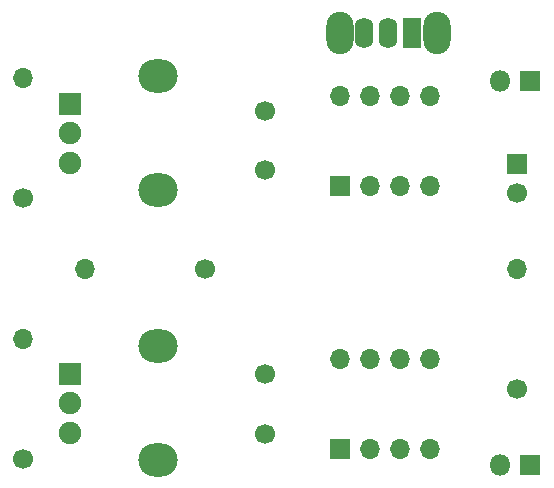
<source format=gbr>
%TF.GenerationSoftware,KiCad,Pcbnew,5.1.6-c6e7f7d~87~ubuntu18.04.1*%
%TF.CreationDate,2021-05-03T12:22:11+02:00*%
%TF.ProjectId,atari_punk,61746172-695f-4707-956e-6b2e6b696361,rev?*%
%TF.SameCoordinates,Original*%
%TF.FileFunction,Soldermask,Top*%
%TF.FilePolarity,Negative*%
%FSLAX46Y46*%
G04 Gerber Fmt 4.6, Leading zero omitted, Abs format (unit mm)*
G04 Created by KiCad (PCBNEW 5.1.6-c6e7f7d~87~ubuntu18.04.1) date 2021-05-03 12:22:11*
%MOMM*%
%LPD*%
G01*
G04 APERTURE LIST*
%ADD10O,2.300000X3.600000*%
%ADD11O,1.600000X2.600000*%
%ADD12R,1.600000X2.600000*%
%ADD13O,1.800000X1.800000*%
%ADD14R,1.800000X1.800000*%
%ADD15O,1.700000X1.700000*%
%ADD16C,1.700000*%
%ADD17R,1.700000X1.700000*%
%ADD18R,1.900000X1.900000*%
%ADD19C,1.900000*%
%ADD20O,3.340000X2.820000*%
G04 APERTURE END LIST*
D10*
%TO.C,SW1*%
X117725000Y-100076000D03*
X125925000Y-100076000D03*
D11*
X119825000Y-100076000D03*
X121825000Y-100076000D03*
D12*
X123825000Y-100076000D03*
%TD*%
D13*
%TO.C,J2*%
X131318000Y-136652000D03*
D14*
X133858000Y-136652000D03*
%TD*%
D13*
%TO.C,J1*%
X131318000Y-104140000D03*
D14*
X133858000Y-104140000D03*
%TD*%
D15*
%TO.C,R6*%
X90932000Y-125984000D03*
D16*
X90932000Y-136144000D03*
%TD*%
D15*
%TO.C,R5*%
X90932000Y-103886000D03*
D16*
X90932000Y-114046000D03*
%TD*%
%TO.C,C1*%
X111379000Y-106680000D03*
X111379000Y-111680000D03*
%TD*%
D17*
%TO.C,C2*%
X132715000Y-111125000D03*
D16*
X132715000Y-113625000D03*
%TD*%
%TO.C,C3*%
X111379000Y-128985000D03*
X111379000Y-133985000D03*
%TD*%
D18*
%TO.C,R1*%
X94869000Y-106045000D03*
D19*
X94869000Y-108545000D03*
X94869000Y-111045000D03*
D20*
X102369000Y-113345000D03*
X102369000Y-103745000D03*
%TD*%
D16*
%TO.C,R2*%
X106299000Y-120015000D03*
D15*
X96139000Y-120015000D03*
%TD*%
%TO.C,R3*%
X132715000Y-120015000D03*
D16*
X132715000Y-130175000D03*
%TD*%
D20*
%TO.C,R4*%
X102369000Y-126605000D03*
X102369000Y-136205000D03*
D19*
X94869000Y-133905000D03*
X94869000Y-131405000D03*
D18*
X94869000Y-128905000D03*
%TD*%
D17*
%TO.C,U1*%
X117729000Y-113030000D03*
D15*
X125349000Y-105410000D03*
X120269000Y-113030000D03*
X122809000Y-105410000D03*
X122809000Y-113030000D03*
X120269000Y-105410000D03*
X125349000Y-113030000D03*
X117729000Y-105410000D03*
%TD*%
%TO.C,U2*%
X117729000Y-127635000D03*
X125349000Y-135255000D03*
X120269000Y-127635000D03*
X122809000Y-135255000D03*
X122809000Y-127635000D03*
X120269000Y-135255000D03*
X125349000Y-127635000D03*
D17*
X117729000Y-135255000D03*
%TD*%
M02*

</source>
